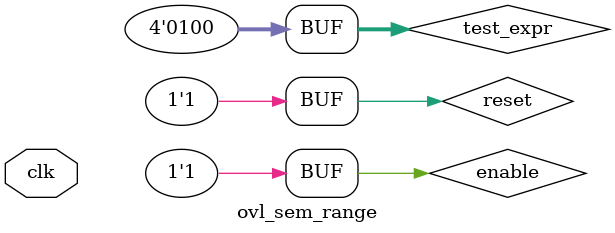
<source format=sv>
module ovl_sem_range(input logic clk);
  logic reset = 1'b1;
  logic enable = 1'b1;
`ifdef FAIL
  logic [3:0] test_expr = 4'd9;
`else
  logic [3:0] test_expr = 4'd4;
`endif
  ovl_range #(.width(4), .min(2), .max(6)) dut (
      .clock(clk), .reset(reset), .enable(enable), .test_expr(test_expr), .fire());
endmodule

</source>
